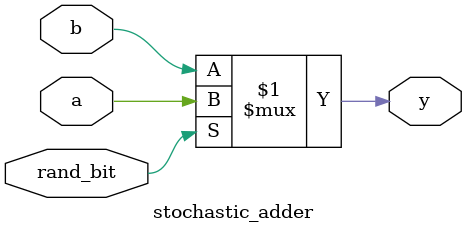
<source format=v>

module stochastic_adder (
    input wire a,       // stochastic input stream 1
    input wire b,       // stochastic input stream 2
    input wire rand_bit, // random bit for averaging
    output wire y       // output stochastic stream
);
    assign y = rand_bit ? a : b;
endmodule

</source>
